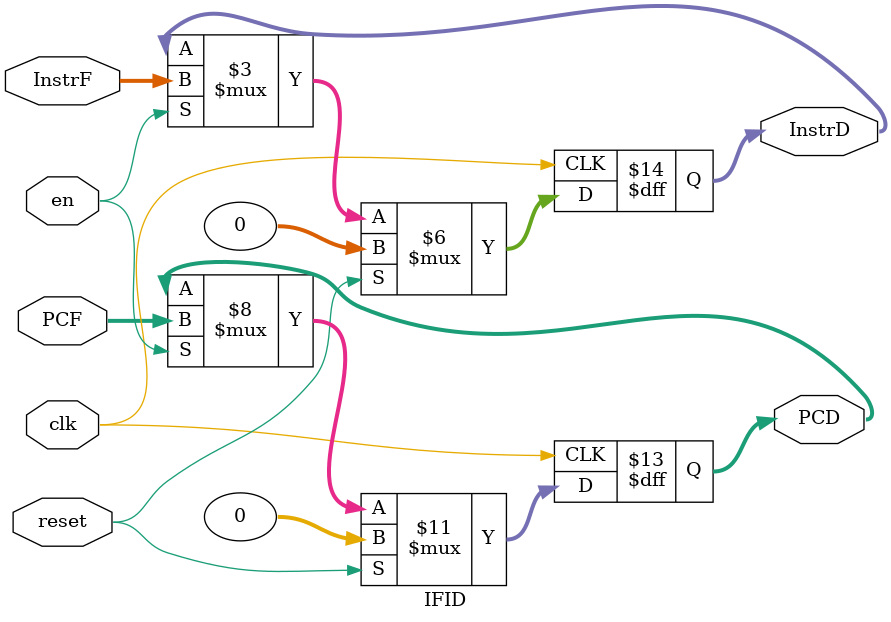
<source format=v>
`timescale 1ns / 1ps
module IFID(

    input clk,
    input en,
    input reset,
	
	// PC above instr
    input [31:0] PCF,
    input [31:0] InstrF,
	
	// 1. Decode use it
	// 2. the Fwd in hzd use it
    output reg [31:0] PCD,
    output reg [31:0] InstrD
    );
	
	initial begin
		InstrD = 0;
	end
	always@(posedge clk) begin
		if (reset) begin
			PCD = 0;
			InstrD = 0;
		end
		else if (en) begin
			PCD <= PCF;
			InstrD <= InstrF;
		end
	end
endmodule

</source>
